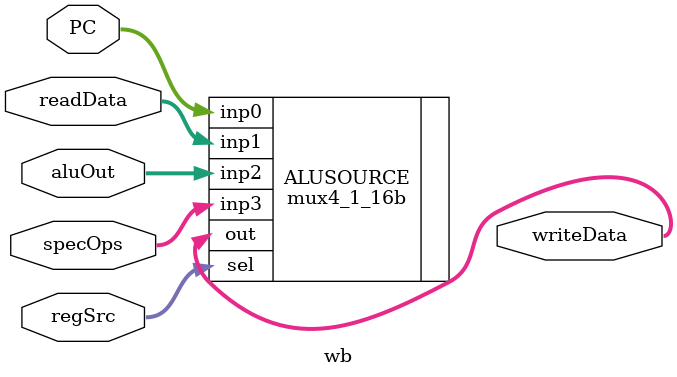
<source format=v>
/*
   CS/ECE 552 Spring '22
  
   Filename        : wb.v
   Description     : This is the module for the overall Write Back stage of the processor.
*/
`default_nettype none
module wb (  input wire [1:0]regSrc,
             input wire [15:0]PC,
             input wire [15:0]readData,
             input wire [15:0]aluOut,
             input wire [15:0]specOps,
             output wire [15:0]writeData);

   // 4:1 Mux selecting write back data
   mux4_1_16b ALUSOURCE(.sel(regSrc), .inp0(PC), .inp1(readData), .inp2(aluOut), .inp3(specOps), .out(writeData));

endmodule
`default_nettype wire

</source>
